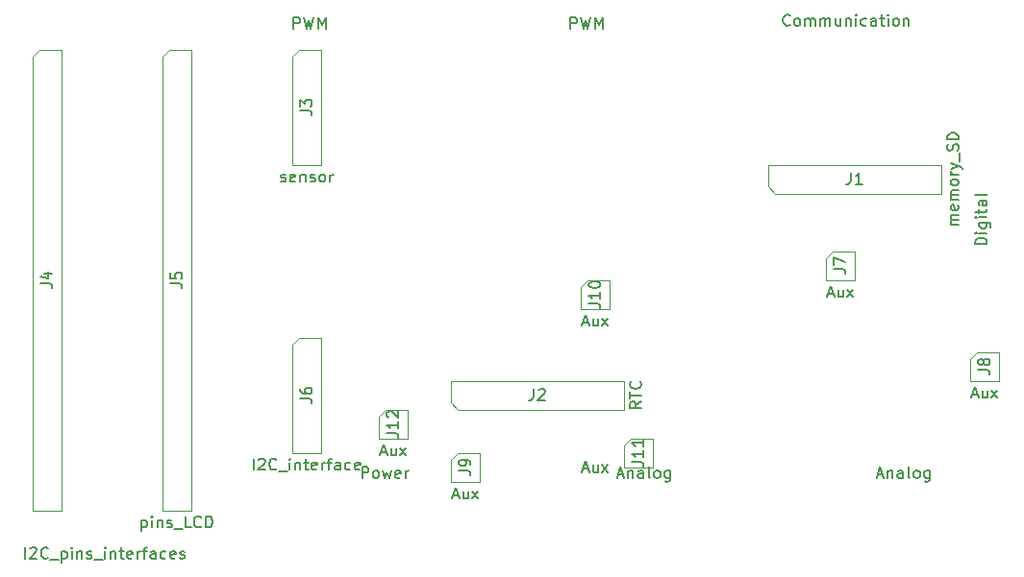
<source format=gbr>
%TF.GenerationSoftware,KiCad,Pcbnew,(5.1.9)-1*%
%TF.CreationDate,2021-01-26T09:39:54-05:00*%
%TF.ProjectId,PCB,5043422e-6b69-4636-9164-5f7063625858,rev?*%
%TF.SameCoordinates,Original*%
%TF.FileFunction,Other,Fab,Top*%
%FSLAX46Y46*%
G04 Gerber Fmt 4.6, Leading zero omitted, Abs format (unit mm)*
G04 Created by KiCad (PCBNEW (5.1.9)-1) date 2021-01-26 09:39:54*
%MOMM*%
%LPD*%
G01*
G04 APERTURE LIST*
%ADD10C,0.100000*%
%ADD11C,0.150000*%
G04 APERTURE END LIST*
D10*
%TO.C,J12*%
X140335000Y-109220000D02*
X142240000Y-109220000D01*
X142240000Y-109220000D02*
X142240000Y-111760000D01*
X142240000Y-111760000D02*
X139700000Y-111760000D01*
X139700000Y-111760000D02*
X139700000Y-109855000D01*
X139700000Y-109855000D02*
X140335000Y-109220000D01*
%TO.C,J11*%
X161925000Y-111760000D02*
X163830000Y-111760000D01*
X163830000Y-111760000D02*
X163830000Y-114300000D01*
X163830000Y-114300000D02*
X161290000Y-114300000D01*
X161290000Y-114300000D02*
X161290000Y-112395000D01*
X161290000Y-112395000D02*
X161925000Y-111760000D01*
%TO.C,J10*%
X158115000Y-97790000D02*
X160020000Y-97790000D01*
X160020000Y-97790000D02*
X160020000Y-100330000D01*
X160020000Y-100330000D02*
X157480000Y-100330000D01*
X157480000Y-100330000D02*
X157480000Y-98425000D01*
X157480000Y-98425000D02*
X158115000Y-97790000D01*
%TO.C,J9*%
X146685000Y-113030000D02*
X148590000Y-113030000D01*
X148590000Y-113030000D02*
X148590000Y-115570000D01*
X148590000Y-115570000D02*
X146050000Y-115570000D01*
X146050000Y-115570000D02*
X146050000Y-113665000D01*
X146050000Y-113665000D02*
X146685000Y-113030000D01*
%TO.C,J8*%
X192405000Y-104140000D02*
X194310000Y-104140000D01*
X194310000Y-104140000D02*
X194310000Y-106680000D01*
X194310000Y-106680000D02*
X191770000Y-106680000D01*
X191770000Y-106680000D02*
X191770000Y-104775000D01*
X191770000Y-104775000D02*
X192405000Y-104140000D01*
%TO.C,J7*%
X179705000Y-95250000D02*
X181610000Y-95250000D01*
X181610000Y-95250000D02*
X181610000Y-97790000D01*
X181610000Y-97790000D02*
X179070000Y-97790000D01*
X179070000Y-97790000D02*
X179070000Y-95885000D01*
X179070000Y-95885000D02*
X179705000Y-95250000D01*
%TO.C,J6*%
X132715000Y-102870000D02*
X134620000Y-102870000D01*
X134620000Y-102870000D02*
X134620000Y-113030000D01*
X134620000Y-113030000D02*
X132080000Y-113030000D01*
X132080000Y-113030000D02*
X132080000Y-103505000D01*
X132080000Y-103505000D02*
X132715000Y-102870000D01*
%TO.C,J5*%
X121285000Y-77470000D02*
X123190000Y-77470000D01*
X123190000Y-77470000D02*
X123190000Y-118110000D01*
X123190000Y-118110000D02*
X120650000Y-118110000D01*
X120650000Y-118110000D02*
X120650000Y-78105000D01*
X120650000Y-78105000D02*
X121285000Y-77470000D01*
%TO.C,J4*%
X109855000Y-77470000D02*
X111760000Y-77470000D01*
X111760000Y-77470000D02*
X111760000Y-118110000D01*
X111760000Y-118110000D02*
X109220000Y-118110000D01*
X109220000Y-118110000D02*
X109220000Y-78105000D01*
X109220000Y-78105000D02*
X109855000Y-77470000D01*
%TO.C,J3*%
X132715000Y-77470000D02*
X134620000Y-77470000D01*
X134620000Y-77470000D02*
X134620000Y-87630000D01*
X134620000Y-87630000D02*
X132080000Y-87630000D01*
X132080000Y-87630000D02*
X132080000Y-78105000D01*
X132080000Y-78105000D02*
X132715000Y-77470000D01*
%TO.C,J2*%
X146050000Y-108585000D02*
X146050000Y-106680000D01*
X146050000Y-106680000D02*
X161290000Y-106680000D01*
X161290000Y-106680000D02*
X161290000Y-109220000D01*
X161290000Y-109220000D02*
X146685000Y-109220000D01*
X146685000Y-109220000D02*
X146050000Y-108585000D01*
%TO.C,J1*%
X173990000Y-89535000D02*
X173990000Y-87630000D01*
X173990000Y-87630000D02*
X189230000Y-87630000D01*
X189230000Y-87630000D02*
X189230000Y-90170000D01*
X189230000Y-90170000D02*
X174625000Y-90170000D01*
X174625000Y-90170000D02*
X173990000Y-89535000D01*
%TD*%
%TO.C,J12*%
D11*
X139874761Y-112986666D02*
X140350952Y-112986666D01*
X139779523Y-113272380D02*
X140112857Y-112272380D01*
X140446190Y-113272380D01*
X141208095Y-112605714D02*
X141208095Y-113272380D01*
X140779523Y-112605714D02*
X140779523Y-113129523D01*
X140827142Y-113224761D01*
X140922380Y-113272380D01*
X141065238Y-113272380D01*
X141160476Y-113224761D01*
X141208095Y-113177142D01*
X141589047Y-113272380D02*
X142112857Y-112605714D01*
X141589047Y-112605714D02*
X142112857Y-113272380D01*
X140422380Y-111299523D02*
X141136666Y-111299523D01*
X141279523Y-111347142D01*
X141374761Y-111442380D01*
X141422380Y-111585238D01*
X141422380Y-111680476D01*
X141422380Y-110299523D02*
X141422380Y-110870952D01*
X141422380Y-110585238D02*
X140422380Y-110585238D01*
X140565238Y-110680476D01*
X140660476Y-110775714D01*
X140708095Y-110870952D01*
X140517619Y-109918571D02*
X140470000Y-109870952D01*
X140422380Y-109775714D01*
X140422380Y-109537619D01*
X140470000Y-109442380D01*
X140517619Y-109394761D01*
X140612857Y-109347142D01*
X140708095Y-109347142D01*
X140850952Y-109394761D01*
X141422380Y-109966190D01*
X141422380Y-109347142D01*
%TO.C,J11*%
X157654761Y-114466666D02*
X158130952Y-114466666D01*
X157559523Y-114752380D02*
X157892857Y-113752380D01*
X158226190Y-114752380D01*
X158988095Y-114085714D02*
X158988095Y-114752380D01*
X158559523Y-114085714D02*
X158559523Y-114609523D01*
X158607142Y-114704761D01*
X158702380Y-114752380D01*
X158845238Y-114752380D01*
X158940476Y-114704761D01*
X158988095Y-114657142D01*
X159369047Y-114752380D02*
X159892857Y-114085714D01*
X159369047Y-114085714D02*
X159892857Y-114752380D01*
X162012380Y-113839523D02*
X162726666Y-113839523D01*
X162869523Y-113887142D01*
X162964761Y-113982380D01*
X163012380Y-114125238D01*
X163012380Y-114220476D01*
X163012380Y-112839523D02*
X163012380Y-113410952D01*
X163012380Y-113125238D02*
X162012380Y-113125238D01*
X162155238Y-113220476D01*
X162250476Y-113315714D01*
X162298095Y-113410952D01*
X163012380Y-111887142D02*
X163012380Y-112458571D01*
X163012380Y-112172857D02*
X162012380Y-112172857D01*
X162155238Y-112268095D01*
X162250476Y-112363333D01*
X162298095Y-112458571D01*
%TO.C,J10*%
X157654761Y-101556666D02*
X158130952Y-101556666D01*
X157559523Y-101842380D02*
X157892857Y-100842380D01*
X158226190Y-101842380D01*
X158988095Y-101175714D02*
X158988095Y-101842380D01*
X158559523Y-101175714D02*
X158559523Y-101699523D01*
X158607142Y-101794761D01*
X158702380Y-101842380D01*
X158845238Y-101842380D01*
X158940476Y-101794761D01*
X158988095Y-101747142D01*
X159369047Y-101842380D02*
X159892857Y-101175714D01*
X159369047Y-101175714D02*
X159892857Y-101842380D01*
X158202380Y-99869523D02*
X158916666Y-99869523D01*
X159059523Y-99917142D01*
X159154761Y-100012380D01*
X159202380Y-100155238D01*
X159202380Y-100250476D01*
X159202380Y-98869523D02*
X159202380Y-99440952D01*
X159202380Y-99155238D02*
X158202380Y-99155238D01*
X158345238Y-99250476D01*
X158440476Y-99345714D01*
X158488095Y-99440952D01*
X158202380Y-98250476D02*
X158202380Y-98155238D01*
X158250000Y-98060000D01*
X158297619Y-98012380D01*
X158392857Y-97964761D01*
X158583333Y-97917142D01*
X158821428Y-97917142D01*
X159011904Y-97964761D01*
X159107142Y-98012380D01*
X159154761Y-98060000D01*
X159202380Y-98155238D01*
X159202380Y-98250476D01*
X159154761Y-98345714D01*
X159107142Y-98393333D01*
X159011904Y-98440952D01*
X158821428Y-98488571D01*
X158583333Y-98488571D01*
X158392857Y-98440952D01*
X158297619Y-98393333D01*
X158250000Y-98345714D01*
X158202380Y-98250476D01*
%TO.C,J9*%
X146224761Y-116796666D02*
X146700952Y-116796666D01*
X146129523Y-117082380D02*
X146462857Y-116082380D01*
X146796190Y-117082380D01*
X147558095Y-116415714D02*
X147558095Y-117082380D01*
X147129523Y-116415714D02*
X147129523Y-116939523D01*
X147177142Y-117034761D01*
X147272380Y-117082380D01*
X147415238Y-117082380D01*
X147510476Y-117034761D01*
X147558095Y-116987142D01*
X147939047Y-117082380D02*
X148462857Y-116415714D01*
X147939047Y-116415714D02*
X148462857Y-117082380D01*
X146772380Y-114633333D02*
X147486666Y-114633333D01*
X147629523Y-114680952D01*
X147724761Y-114776190D01*
X147772380Y-114919047D01*
X147772380Y-115014285D01*
X147772380Y-114109523D02*
X147772380Y-113919047D01*
X147724761Y-113823809D01*
X147677142Y-113776190D01*
X147534285Y-113680952D01*
X147343809Y-113633333D01*
X146962857Y-113633333D01*
X146867619Y-113680952D01*
X146820000Y-113728571D01*
X146772380Y-113823809D01*
X146772380Y-114014285D01*
X146820000Y-114109523D01*
X146867619Y-114157142D01*
X146962857Y-114204761D01*
X147200952Y-114204761D01*
X147296190Y-114157142D01*
X147343809Y-114109523D01*
X147391428Y-114014285D01*
X147391428Y-113823809D01*
X147343809Y-113728571D01*
X147296190Y-113680952D01*
X147200952Y-113633333D01*
%TO.C,J8*%
X191944761Y-107906666D02*
X192420952Y-107906666D01*
X191849523Y-108192380D02*
X192182857Y-107192380D01*
X192516190Y-108192380D01*
X193278095Y-107525714D02*
X193278095Y-108192380D01*
X192849523Y-107525714D02*
X192849523Y-108049523D01*
X192897142Y-108144761D01*
X192992380Y-108192380D01*
X193135238Y-108192380D01*
X193230476Y-108144761D01*
X193278095Y-108097142D01*
X193659047Y-108192380D02*
X194182857Y-107525714D01*
X193659047Y-107525714D02*
X194182857Y-108192380D01*
X192492380Y-105743333D02*
X193206666Y-105743333D01*
X193349523Y-105790952D01*
X193444761Y-105886190D01*
X193492380Y-106029047D01*
X193492380Y-106124285D01*
X192920952Y-105124285D02*
X192873333Y-105219523D01*
X192825714Y-105267142D01*
X192730476Y-105314761D01*
X192682857Y-105314761D01*
X192587619Y-105267142D01*
X192540000Y-105219523D01*
X192492380Y-105124285D01*
X192492380Y-104933809D01*
X192540000Y-104838571D01*
X192587619Y-104790952D01*
X192682857Y-104743333D01*
X192730476Y-104743333D01*
X192825714Y-104790952D01*
X192873333Y-104838571D01*
X192920952Y-104933809D01*
X192920952Y-105124285D01*
X192968571Y-105219523D01*
X193016190Y-105267142D01*
X193111428Y-105314761D01*
X193301904Y-105314761D01*
X193397142Y-105267142D01*
X193444761Y-105219523D01*
X193492380Y-105124285D01*
X193492380Y-104933809D01*
X193444761Y-104838571D01*
X193397142Y-104790952D01*
X193301904Y-104743333D01*
X193111428Y-104743333D01*
X193016190Y-104790952D01*
X192968571Y-104838571D01*
X192920952Y-104933809D01*
%TO.C,J7*%
X179244761Y-99016666D02*
X179720952Y-99016666D01*
X179149523Y-99302380D02*
X179482857Y-98302380D01*
X179816190Y-99302380D01*
X180578095Y-98635714D02*
X180578095Y-99302380D01*
X180149523Y-98635714D02*
X180149523Y-99159523D01*
X180197142Y-99254761D01*
X180292380Y-99302380D01*
X180435238Y-99302380D01*
X180530476Y-99254761D01*
X180578095Y-99207142D01*
X180959047Y-99302380D02*
X181482857Y-98635714D01*
X180959047Y-98635714D02*
X181482857Y-99302380D01*
X179792380Y-96853333D02*
X180506666Y-96853333D01*
X180649523Y-96900952D01*
X180744761Y-96996190D01*
X180792380Y-97139047D01*
X180792380Y-97234285D01*
X179792380Y-96472380D02*
X179792380Y-95805714D01*
X180792380Y-96234285D01*
%TO.C,P1*%
X193238380Y-94646476D02*
X192238380Y-94646476D01*
X192238380Y-94408380D01*
X192286000Y-94265523D01*
X192381238Y-94170285D01*
X192476476Y-94122666D01*
X192666952Y-94075047D01*
X192809809Y-94075047D01*
X193000285Y-94122666D01*
X193095523Y-94170285D01*
X193190761Y-94265523D01*
X193238380Y-94408380D01*
X193238380Y-94646476D01*
X193238380Y-93646476D02*
X192571714Y-93646476D01*
X192238380Y-93646476D02*
X192286000Y-93694095D01*
X192333619Y-93646476D01*
X192286000Y-93598857D01*
X192238380Y-93646476D01*
X192333619Y-93646476D01*
X192571714Y-92741714D02*
X193381238Y-92741714D01*
X193476476Y-92789333D01*
X193524095Y-92836952D01*
X193571714Y-92932190D01*
X193571714Y-93075047D01*
X193524095Y-93170285D01*
X193190761Y-92741714D02*
X193238380Y-92836952D01*
X193238380Y-93027428D01*
X193190761Y-93122666D01*
X193143142Y-93170285D01*
X193047904Y-93217904D01*
X192762190Y-93217904D01*
X192666952Y-93170285D01*
X192619333Y-93122666D01*
X192571714Y-93027428D01*
X192571714Y-92836952D01*
X192619333Y-92741714D01*
X193238380Y-92265523D02*
X192571714Y-92265523D01*
X192238380Y-92265523D02*
X192286000Y-92313142D01*
X192333619Y-92265523D01*
X192286000Y-92217904D01*
X192238380Y-92265523D01*
X192333619Y-92265523D01*
X192571714Y-91932190D02*
X192571714Y-91551238D01*
X192238380Y-91789333D02*
X193095523Y-91789333D01*
X193190761Y-91741714D01*
X193238380Y-91646476D01*
X193238380Y-91551238D01*
X193238380Y-90789333D02*
X192714571Y-90789333D01*
X192619333Y-90836952D01*
X192571714Y-90932190D01*
X192571714Y-91122666D01*
X192619333Y-91217904D01*
X193190761Y-90789333D02*
X193238380Y-90884571D01*
X193238380Y-91122666D01*
X193190761Y-91217904D01*
X193095523Y-91265523D01*
X193000285Y-91265523D01*
X192905047Y-91217904D01*
X192857428Y-91122666D01*
X192857428Y-90884571D01*
X192809809Y-90789333D01*
X193238380Y-90170285D02*
X193190761Y-90265523D01*
X193095523Y-90313142D01*
X192238380Y-90313142D01*
%TO.C,J6*%
X128683333Y-114542380D02*
X128683333Y-113542380D01*
X129111904Y-113637619D02*
X129159523Y-113590000D01*
X129254761Y-113542380D01*
X129492857Y-113542380D01*
X129588095Y-113590000D01*
X129635714Y-113637619D01*
X129683333Y-113732857D01*
X129683333Y-113828095D01*
X129635714Y-113970952D01*
X129064285Y-114542380D01*
X129683333Y-114542380D01*
X130683333Y-114447142D02*
X130635714Y-114494761D01*
X130492857Y-114542380D01*
X130397619Y-114542380D01*
X130254761Y-114494761D01*
X130159523Y-114399523D01*
X130111904Y-114304285D01*
X130064285Y-114113809D01*
X130064285Y-113970952D01*
X130111904Y-113780476D01*
X130159523Y-113685238D01*
X130254761Y-113590000D01*
X130397619Y-113542380D01*
X130492857Y-113542380D01*
X130635714Y-113590000D01*
X130683333Y-113637619D01*
X130873809Y-114637619D02*
X131635714Y-114637619D01*
X131873809Y-114542380D02*
X131873809Y-113875714D01*
X131873809Y-113542380D02*
X131826190Y-113590000D01*
X131873809Y-113637619D01*
X131921428Y-113590000D01*
X131873809Y-113542380D01*
X131873809Y-113637619D01*
X132350000Y-113875714D02*
X132350000Y-114542380D01*
X132350000Y-113970952D02*
X132397619Y-113923333D01*
X132492857Y-113875714D01*
X132635714Y-113875714D01*
X132730952Y-113923333D01*
X132778571Y-114018571D01*
X132778571Y-114542380D01*
X133111904Y-113875714D02*
X133492857Y-113875714D01*
X133254761Y-113542380D02*
X133254761Y-114399523D01*
X133302380Y-114494761D01*
X133397619Y-114542380D01*
X133492857Y-114542380D01*
X134207142Y-114494761D02*
X134111904Y-114542380D01*
X133921428Y-114542380D01*
X133826190Y-114494761D01*
X133778571Y-114399523D01*
X133778571Y-114018571D01*
X133826190Y-113923333D01*
X133921428Y-113875714D01*
X134111904Y-113875714D01*
X134207142Y-113923333D01*
X134254761Y-114018571D01*
X134254761Y-114113809D01*
X133778571Y-114209047D01*
X134683333Y-114542380D02*
X134683333Y-113875714D01*
X134683333Y-114066190D02*
X134730952Y-113970952D01*
X134778571Y-113923333D01*
X134873809Y-113875714D01*
X134969047Y-113875714D01*
X135159523Y-113875714D02*
X135540476Y-113875714D01*
X135302380Y-114542380D02*
X135302380Y-113685238D01*
X135350000Y-113590000D01*
X135445238Y-113542380D01*
X135540476Y-113542380D01*
X136302380Y-114542380D02*
X136302380Y-114018571D01*
X136254761Y-113923333D01*
X136159523Y-113875714D01*
X135969047Y-113875714D01*
X135873809Y-113923333D01*
X136302380Y-114494761D02*
X136207142Y-114542380D01*
X135969047Y-114542380D01*
X135873809Y-114494761D01*
X135826190Y-114399523D01*
X135826190Y-114304285D01*
X135873809Y-114209047D01*
X135969047Y-114161428D01*
X136207142Y-114161428D01*
X136302380Y-114113809D01*
X137207142Y-114494761D02*
X137111904Y-114542380D01*
X136921428Y-114542380D01*
X136826190Y-114494761D01*
X136778571Y-114447142D01*
X136730952Y-114351904D01*
X136730952Y-114066190D01*
X136778571Y-113970952D01*
X136826190Y-113923333D01*
X136921428Y-113875714D01*
X137111904Y-113875714D01*
X137207142Y-113923333D01*
X138016666Y-114494761D02*
X137921428Y-114542380D01*
X137730952Y-114542380D01*
X137635714Y-114494761D01*
X137588095Y-114399523D01*
X137588095Y-114018571D01*
X137635714Y-113923333D01*
X137730952Y-113875714D01*
X137921428Y-113875714D01*
X138016666Y-113923333D01*
X138064285Y-114018571D01*
X138064285Y-114113809D01*
X137588095Y-114209047D01*
X132802380Y-108283333D02*
X133516666Y-108283333D01*
X133659523Y-108330952D01*
X133754761Y-108426190D01*
X133802380Y-108569047D01*
X133802380Y-108664285D01*
X132802380Y-107378571D02*
X132802380Y-107569047D01*
X132850000Y-107664285D01*
X132897619Y-107711904D01*
X133040476Y-107807142D01*
X133230952Y-107854761D01*
X133611904Y-107854761D01*
X133707142Y-107807142D01*
X133754761Y-107759523D01*
X133802380Y-107664285D01*
X133802380Y-107473809D01*
X133754761Y-107378571D01*
X133707142Y-107330952D01*
X133611904Y-107283333D01*
X133373809Y-107283333D01*
X133278571Y-107330952D01*
X133230952Y-107378571D01*
X133183333Y-107473809D01*
X133183333Y-107664285D01*
X133230952Y-107759523D01*
X133278571Y-107807142D01*
X133373809Y-107854761D01*
%TO.C,J5*%
X118824761Y-118955714D02*
X118824761Y-119955714D01*
X118824761Y-119003333D02*
X118920000Y-118955714D01*
X119110476Y-118955714D01*
X119205714Y-119003333D01*
X119253333Y-119050952D01*
X119300952Y-119146190D01*
X119300952Y-119431904D01*
X119253333Y-119527142D01*
X119205714Y-119574761D01*
X119110476Y-119622380D01*
X118920000Y-119622380D01*
X118824761Y-119574761D01*
X119729523Y-119622380D02*
X119729523Y-118955714D01*
X119729523Y-118622380D02*
X119681904Y-118670000D01*
X119729523Y-118717619D01*
X119777142Y-118670000D01*
X119729523Y-118622380D01*
X119729523Y-118717619D01*
X120205714Y-118955714D02*
X120205714Y-119622380D01*
X120205714Y-119050952D02*
X120253333Y-119003333D01*
X120348571Y-118955714D01*
X120491428Y-118955714D01*
X120586666Y-119003333D01*
X120634285Y-119098571D01*
X120634285Y-119622380D01*
X121062857Y-119574761D02*
X121158095Y-119622380D01*
X121348571Y-119622380D01*
X121443809Y-119574761D01*
X121491428Y-119479523D01*
X121491428Y-119431904D01*
X121443809Y-119336666D01*
X121348571Y-119289047D01*
X121205714Y-119289047D01*
X121110476Y-119241428D01*
X121062857Y-119146190D01*
X121062857Y-119098571D01*
X121110476Y-119003333D01*
X121205714Y-118955714D01*
X121348571Y-118955714D01*
X121443809Y-119003333D01*
X121681904Y-119717619D02*
X122443809Y-119717619D01*
X123158095Y-119622380D02*
X122681904Y-119622380D01*
X122681904Y-118622380D01*
X124062857Y-119527142D02*
X124015238Y-119574761D01*
X123872380Y-119622380D01*
X123777142Y-119622380D01*
X123634285Y-119574761D01*
X123539047Y-119479523D01*
X123491428Y-119384285D01*
X123443809Y-119193809D01*
X123443809Y-119050952D01*
X123491428Y-118860476D01*
X123539047Y-118765238D01*
X123634285Y-118670000D01*
X123777142Y-118622380D01*
X123872380Y-118622380D01*
X124015238Y-118670000D01*
X124062857Y-118717619D01*
X124491428Y-119622380D02*
X124491428Y-118622380D01*
X124729523Y-118622380D01*
X124872380Y-118670000D01*
X124967619Y-118765238D01*
X125015238Y-118860476D01*
X125062857Y-119050952D01*
X125062857Y-119193809D01*
X125015238Y-119384285D01*
X124967619Y-119479523D01*
X124872380Y-119574761D01*
X124729523Y-119622380D01*
X124491428Y-119622380D01*
X121372380Y-98123333D02*
X122086666Y-98123333D01*
X122229523Y-98170952D01*
X122324761Y-98266190D01*
X122372380Y-98409047D01*
X122372380Y-98504285D01*
X121372380Y-97170952D02*
X121372380Y-97647142D01*
X121848571Y-97694761D01*
X121800952Y-97647142D01*
X121753333Y-97551904D01*
X121753333Y-97313809D01*
X121800952Y-97218571D01*
X121848571Y-97170952D01*
X121943809Y-97123333D01*
X122181904Y-97123333D01*
X122277142Y-97170952D01*
X122324761Y-97218571D01*
X122372380Y-97313809D01*
X122372380Y-97551904D01*
X122324761Y-97647142D01*
X122277142Y-97694761D01*
%TO.C,J4*%
X108570000Y-122372380D02*
X108570000Y-121372380D01*
X108998571Y-121467619D02*
X109046190Y-121420000D01*
X109141428Y-121372380D01*
X109379523Y-121372380D01*
X109474761Y-121420000D01*
X109522380Y-121467619D01*
X109570000Y-121562857D01*
X109570000Y-121658095D01*
X109522380Y-121800952D01*
X108950952Y-122372380D01*
X109570000Y-122372380D01*
X110570000Y-122277142D02*
X110522380Y-122324761D01*
X110379523Y-122372380D01*
X110284285Y-122372380D01*
X110141428Y-122324761D01*
X110046190Y-122229523D01*
X109998571Y-122134285D01*
X109950952Y-121943809D01*
X109950952Y-121800952D01*
X109998571Y-121610476D01*
X110046190Y-121515238D01*
X110141428Y-121420000D01*
X110284285Y-121372380D01*
X110379523Y-121372380D01*
X110522380Y-121420000D01*
X110570000Y-121467619D01*
X110760476Y-122467619D02*
X111522380Y-122467619D01*
X111760476Y-121705714D02*
X111760476Y-122705714D01*
X111760476Y-121753333D02*
X111855714Y-121705714D01*
X112046190Y-121705714D01*
X112141428Y-121753333D01*
X112189047Y-121800952D01*
X112236666Y-121896190D01*
X112236666Y-122181904D01*
X112189047Y-122277142D01*
X112141428Y-122324761D01*
X112046190Y-122372380D01*
X111855714Y-122372380D01*
X111760476Y-122324761D01*
X112665238Y-122372380D02*
X112665238Y-121705714D01*
X112665238Y-121372380D02*
X112617619Y-121420000D01*
X112665238Y-121467619D01*
X112712857Y-121420000D01*
X112665238Y-121372380D01*
X112665238Y-121467619D01*
X113141428Y-121705714D02*
X113141428Y-122372380D01*
X113141428Y-121800952D02*
X113189047Y-121753333D01*
X113284285Y-121705714D01*
X113427142Y-121705714D01*
X113522380Y-121753333D01*
X113570000Y-121848571D01*
X113570000Y-122372380D01*
X113998571Y-122324761D02*
X114093809Y-122372380D01*
X114284285Y-122372380D01*
X114379523Y-122324761D01*
X114427142Y-122229523D01*
X114427142Y-122181904D01*
X114379523Y-122086666D01*
X114284285Y-122039047D01*
X114141428Y-122039047D01*
X114046190Y-121991428D01*
X113998571Y-121896190D01*
X113998571Y-121848571D01*
X114046190Y-121753333D01*
X114141428Y-121705714D01*
X114284285Y-121705714D01*
X114379523Y-121753333D01*
X114617619Y-122467619D02*
X115379523Y-122467619D01*
X115617619Y-122372380D02*
X115617619Y-121705714D01*
X115617619Y-121372380D02*
X115570000Y-121420000D01*
X115617619Y-121467619D01*
X115665238Y-121420000D01*
X115617619Y-121372380D01*
X115617619Y-121467619D01*
X116093809Y-121705714D02*
X116093809Y-122372380D01*
X116093809Y-121800952D02*
X116141428Y-121753333D01*
X116236666Y-121705714D01*
X116379523Y-121705714D01*
X116474761Y-121753333D01*
X116522380Y-121848571D01*
X116522380Y-122372380D01*
X116855714Y-121705714D02*
X117236666Y-121705714D01*
X116998571Y-121372380D02*
X116998571Y-122229523D01*
X117046190Y-122324761D01*
X117141428Y-122372380D01*
X117236666Y-122372380D01*
X117950952Y-122324761D02*
X117855714Y-122372380D01*
X117665238Y-122372380D01*
X117570000Y-122324761D01*
X117522380Y-122229523D01*
X117522380Y-121848571D01*
X117570000Y-121753333D01*
X117665238Y-121705714D01*
X117855714Y-121705714D01*
X117950952Y-121753333D01*
X117998571Y-121848571D01*
X117998571Y-121943809D01*
X117522380Y-122039047D01*
X118427142Y-122372380D02*
X118427142Y-121705714D01*
X118427142Y-121896190D02*
X118474761Y-121800952D01*
X118522380Y-121753333D01*
X118617619Y-121705714D01*
X118712857Y-121705714D01*
X118903333Y-121705714D02*
X119284285Y-121705714D01*
X119046190Y-122372380D02*
X119046190Y-121515238D01*
X119093809Y-121420000D01*
X119189047Y-121372380D01*
X119284285Y-121372380D01*
X120046190Y-122372380D02*
X120046190Y-121848571D01*
X119998571Y-121753333D01*
X119903333Y-121705714D01*
X119712857Y-121705714D01*
X119617619Y-121753333D01*
X120046190Y-122324761D02*
X119950952Y-122372380D01*
X119712857Y-122372380D01*
X119617619Y-122324761D01*
X119570000Y-122229523D01*
X119570000Y-122134285D01*
X119617619Y-122039047D01*
X119712857Y-121991428D01*
X119950952Y-121991428D01*
X120046190Y-121943809D01*
X120950952Y-122324761D02*
X120855714Y-122372380D01*
X120665238Y-122372380D01*
X120570000Y-122324761D01*
X120522380Y-122277142D01*
X120474761Y-122181904D01*
X120474761Y-121896190D01*
X120522380Y-121800952D01*
X120570000Y-121753333D01*
X120665238Y-121705714D01*
X120855714Y-121705714D01*
X120950952Y-121753333D01*
X121760476Y-122324761D02*
X121665238Y-122372380D01*
X121474761Y-122372380D01*
X121379523Y-122324761D01*
X121331904Y-122229523D01*
X121331904Y-121848571D01*
X121379523Y-121753333D01*
X121474761Y-121705714D01*
X121665238Y-121705714D01*
X121760476Y-121753333D01*
X121808095Y-121848571D01*
X121808095Y-121943809D01*
X121331904Y-122039047D01*
X122189047Y-122324761D02*
X122284285Y-122372380D01*
X122474761Y-122372380D01*
X122570000Y-122324761D01*
X122617619Y-122229523D01*
X122617619Y-122181904D01*
X122570000Y-122086666D01*
X122474761Y-122039047D01*
X122331904Y-122039047D01*
X122236666Y-121991428D01*
X122189047Y-121896190D01*
X122189047Y-121848571D01*
X122236666Y-121753333D01*
X122331904Y-121705714D01*
X122474761Y-121705714D01*
X122570000Y-121753333D01*
X109942380Y-98123333D02*
X110656666Y-98123333D01*
X110799523Y-98170952D01*
X110894761Y-98266190D01*
X110942380Y-98409047D01*
X110942380Y-98504285D01*
X110275714Y-97218571D02*
X110942380Y-97218571D01*
X109894761Y-97456666D02*
X110609047Y-97694761D01*
X110609047Y-97075714D01*
%TO.C,J3*%
X131088095Y-89094761D02*
X131183333Y-89142380D01*
X131373809Y-89142380D01*
X131469047Y-89094761D01*
X131516666Y-88999523D01*
X131516666Y-88951904D01*
X131469047Y-88856666D01*
X131373809Y-88809047D01*
X131230952Y-88809047D01*
X131135714Y-88761428D01*
X131088095Y-88666190D01*
X131088095Y-88618571D01*
X131135714Y-88523333D01*
X131230952Y-88475714D01*
X131373809Y-88475714D01*
X131469047Y-88523333D01*
X132326190Y-89094761D02*
X132230952Y-89142380D01*
X132040476Y-89142380D01*
X131945238Y-89094761D01*
X131897619Y-88999523D01*
X131897619Y-88618571D01*
X131945238Y-88523333D01*
X132040476Y-88475714D01*
X132230952Y-88475714D01*
X132326190Y-88523333D01*
X132373809Y-88618571D01*
X132373809Y-88713809D01*
X131897619Y-88809047D01*
X132802380Y-88475714D02*
X132802380Y-89142380D01*
X132802380Y-88570952D02*
X132850000Y-88523333D01*
X132945238Y-88475714D01*
X133088095Y-88475714D01*
X133183333Y-88523333D01*
X133230952Y-88618571D01*
X133230952Y-89142380D01*
X133659523Y-89094761D02*
X133754761Y-89142380D01*
X133945238Y-89142380D01*
X134040476Y-89094761D01*
X134088095Y-88999523D01*
X134088095Y-88951904D01*
X134040476Y-88856666D01*
X133945238Y-88809047D01*
X133802380Y-88809047D01*
X133707142Y-88761428D01*
X133659523Y-88666190D01*
X133659523Y-88618571D01*
X133707142Y-88523333D01*
X133802380Y-88475714D01*
X133945238Y-88475714D01*
X134040476Y-88523333D01*
X134659523Y-89142380D02*
X134564285Y-89094761D01*
X134516666Y-89047142D01*
X134469047Y-88951904D01*
X134469047Y-88666190D01*
X134516666Y-88570952D01*
X134564285Y-88523333D01*
X134659523Y-88475714D01*
X134802380Y-88475714D01*
X134897619Y-88523333D01*
X134945238Y-88570952D01*
X134992857Y-88666190D01*
X134992857Y-88951904D01*
X134945238Y-89047142D01*
X134897619Y-89094761D01*
X134802380Y-89142380D01*
X134659523Y-89142380D01*
X135421428Y-89142380D02*
X135421428Y-88475714D01*
X135421428Y-88666190D02*
X135469047Y-88570952D01*
X135516666Y-88523333D01*
X135611904Y-88475714D01*
X135707142Y-88475714D01*
X132802380Y-82883333D02*
X133516666Y-82883333D01*
X133659523Y-82930952D01*
X133754761Y-83026190D01*
X133802380Y-83169047D01*
X133802380Y-83264285D01*
X132802380Y-82502380D02*
X132802380Y-81883333D01*
X133183333Y-82216666D01*
X133183333Y-82073809D01*
X133230952Y-81978571D01*
X133278571Y-81930952D01*
X133373809Y-81883333D01*
X133611904Y-81883333D01*
X133707142Y-81930952D01*
X133754761Y-81978571D01*
X133802380Y-82073809D01*
X133802380Y-82359523D01*
X133754761Y-82454761D01*
X133707142Y-82502380D01*
%TO.C,J2*%
X162802380Y-108521428D02*
X162326190Y-108854761D01*
X162802380Y-109092857D02*
X161802380Y-109092857D01*
X161802380Y-108711904D01*
X161850000Y-108616666D01*
X161897619Y-108569047D01*
X161992857Y-108521428D01*
X162135714Y-108521428D01*
X162230952Y-108569047D01*
X162278571Y-108616666D01*
X162326190Y-108711904D01*
X162326190Y-109092857D01*
X161802380Y-108235714D02*
X161802380Y-107664285D01*
X162802380Y-107950000D02*
X161802380Y-107950000D01*
X162707142Y-106759523D02*
X162754761Y-106807142D01*
X162802380Y-106950000D01*
X162802380Y-107045238D01*
X162754761Y-107188095D01*
X162659523Y-107283333D01*
X162564285Y-107330952D01*
X162373809Y-107378571D01*
X162230952Y-107378571D01*
X162040476Y-107330952D01*
X161945238Y-107283333D01*
X161850000Y-107188095D01*
X161802380Y-107045238D01*
X161802380Y-106950000D01*
X161850000Y-106807142D01*
X161897619Y-106759523D01*
X153336666Y-107402380D02*
X153336666Y-108116666D01*
X153289047Y-108259523D01*
X153193809Y-108354761D01*
X153050952Y-108402380D01*
X152955714Y-108402380D01*
X153765238Y-107497619D02*
X153812857Y-107450000D01*
X153908095Y-107402380D01*
X154146190Y-107402380D01*
X154241428Y-107450000D01*
X154289047Y-107497619D01*
X154336666Y-107592857D01*
X154336666Y-107688095D01*
X154289047Y-107830952D01*
X153717619Y-108402380D01*
X154336666Y-108402380D01*
%TO.C,J1*%
X190742380Y-92923809D02*
X190075714Y-92923809D01*
X190170952Y-92923809D02*
X190123333Y-92876190D01*
X190075714Y-92780952D01*
X190075714Y-92638095D01*
X190123333Y-92542857D01*
X190218571Y-92495238D01*
X190742380Y-92495238D01*
X190218571Y-92495238D02*
X190123333Y-92447619D01*
X190075714Y-92352380D01*
X190075714Y-92209523D01*
X190123333Y-92114285D01*
X190218571Y-92066666D01*
X190742380Y-92066666D01*
X190694761Y-91209523D02*
X190742380Y-91304761D01*
X190742380Y-91495238D01*
X190694761Y-91590476D01*
X190599523Y-91638095D01*
X190218571Y-91638095D01*
X190123333Y-91590476D01*
X190075714Y-91495238D01*
X190075714Y-91304761D01*
X190123333Y-91209523D01*
X190218571Y-91161904D01*
X190313809Y-91161904D01*
X190409047Y-91638095D01*
X190742380Y-90733333D02*
X190075714Y-90733333D01*
X190170952Y-90733333D02*
X190123333Y-90685714D01*
X190075714Y-90590476D01*
X190075714Y-90447619D01*
X190123333Y-90352380D01*
X190218571Y-90304761D01*
X190742380Y-90304761D01*
X190218571Y-90304761D02*
X190123333Y-90257142D01*
X190075714Y-90161904D01*
X190075714Y-90019047D01*
X190123333Y-89923809D01*
X190218571Y-89876190D01*
X190742380Y-89876190D01*
X190742380Y-89257142D02*
X190694761Y-89352380D01*
X190647142Y-89400000D01*
X190551904Y-89447619D01*
X190266190Y-89447619D01*
X190170952Y-89400000D01*
X190123333Y-89352380D01*
X190075714Y-89257142D01*
X190075714Y-89114285D01*
X190123333Y-89019047D01*
X190170952Y-88971428D01*
X190266190Y-88923809D01*
X190551904Y-88923809D01*
X190647142Y-88971428D01*
X190694761Y-89019047D01*
X190742380Y-89114285D01*
X190742380Y-89257142D01*
X190742380Y-88495238D02*
X190075714Y-88495238D01*
X190266190Y-88495238D02*
X190170952Y-88447619D01*
X190123333Y-88400000D01*
X190075714Y-88304761D01*
X190075714Y-88209523D01*
X190075714Y-87971428D02*
X190742380Y-87733333D01*
X190075714Y-87495238D02*
X190742380Y-87733333D01*
X190980476Y-87828571D01*
X191028095Y-87876190D01*
X191075714Y-87971428D01*
X190837619Y-87352380D02*
X190837619Y-86590476D01*
X190694761Y-86400000D02*
X190742380Y-86257142D01*
X190742380Y-86019047D01*
X190694761Y-85923809D01*
X190647142Y-85876190D01*
X190551904Y-85828571D01*
X190456666Y-85828571D01*
X190361428Y-85876190D01*
X190313809Y-85923809D01*
X190266190Y-86019047D01*
X190218571Y-86209523D01*
X190170952Y-86304761D01*
X190123333Y-86352380D01*
X190028095Y-86400000D01*
X189932857Y-86400000D01*
X189837619Y-86352380D01*
X189790000Y-86304761D01*
X189742380Y-86209523D01*
X189742380Y-85971428D01*
X189790000Y-85828571D01*
X190742380Y-85400000D02*
X189742380Y-85400000D01*
X189742380Y-85161904D01*
X189790000Y-85019047D01*
X189885238Y-84923809D01*
X189980476Y-84876190D01*
X190170952Y-84828571D01*
X190313809Y-84828571D01*
X190504285Y-84876190D01*
X190599523Y-84923809D01*
X190694761Y-85019047D01*
X190742380Y-85161904D01*
X190742380Y-85400000D01*
X181276666Y-88352380D02*
X181276666Y-89066666D01*
X181229047Y-89209523D01*
X181133809Y-89304761D01*
X180990952Y-89352380D01*
X180895714Y-89352380D01*
X182276666Y-89352380D02*
X181705238Y-89352380D01*
X181990952Y-89352380D02*
X181990952Y-88352380D01*
X181895714Y-88495238D01*
X181800476Y-88590476D01*
X181705238Y-88638095D01*
%TO.C,P2*%
X138231809Y-115260380D02*
X138231809Y-114260380D01*
X138612761Y-114260380D01*
X138708000Y-114308000D01*
X138755619Y-114355619D01*
X138803238Y-114450857D01*
X138803238Y-114593714D01*
X138755619Y-114688952D01*
X138708000Y-114736571D01*
X138612761Y-114784190D01*
X138231809Y-114784190D01*
X139374666Y-115260380D02*
X139279428Y-115212761D01*
X139231809Y-115165142D01*
X139184190Y-115069904D01*
X139184190Y-114784190D01*
X139231809Y-114688952D01*
X139279428Y-114641333D01*
X139374666Y-114593714D01*
X139517523Y-114593714D01*
X139612761Y-114641333D01*
X139660380Y-114688952D01*
X139708000Y-114784190D01*
X139708000Y-115069904D01*
X139660380Y-115165142D01*
X139612761Y-115212761D01*
X139517523Y-115260380D01*
X139374666Y-115260380D01*
X140041333Y-114593714D02*
X140231809Y-115260380D01*
X140422285Y-114784190D01*
X140612761Y-115260380D01*
X140803238Y-114593714D01*
X141565142Y-115212761D02*
X141469904Y-115260380D01*
X141279428Y-115260380D01*
X141184190Y-115212761D01*
X141136571Y-115117523D01*
X141136571Y-114736571D01*
X141184190Y-114641333D01*
X141279428Y-114593714D01*
X141469904Y-114593714D01*
X141565142Y-114641333D01*
X141612761Y-114736571D01*
X141612761Y-114831809D01*
X141136571Y-114927047D01*
X142041333Y-115260380D02*
X142041333Y-114593714D01*
X142041333Y-114784190D02*
X142088952Y-114688952D01*
X142136571Y-114641333D01*
X142231809Y-114593714D01*
X142327047Y-114593714D01*
%TO.C,P3*%
X160758476Y-114974666D02*
X161234666Y-114974666D01*
X160663238Y-115260380D02*
X160996571Y-114260380D01*
X161329904Y-115260380D01*
X161663238Y-114593714D02*
X161663238Y-115260380D01*
X161663238Y-114688952D02*
X161710857Y-114641333D01*
X161806095Y-114593714D01*
X161948952Y-114593714D01*
X162044190Y-114641333D01*
X162091809Y-114736571D01*
X162091809Y-115260380D01*
X162996571Y-115260380D02*
X162996571Y-114736571D01*
X162948952Y-114641333D01*
X162853714Y-114593714D01*
X162663238Y-114593714D01*
X162568000Y-114641333D01*
X162996571Y-115212761D02*
X162901333Y-115260380D01*
X162663238Y-115260380D01*
X162568000Y-115212761D01*
X162520380Y-115117523D01*
X162520380Y-115022285D01*
X162568000Y-114927047D01*
X162663238Y-114879428D01*
X162901333Y-114879428D01*
X162996571Y-114831809D01*
X163615619Y-115260380D02*
X163520380Y-115212761D01*
X163472761Y-115117523D01*
X163472761Y-114260380D01*
X164139428Y-115260380D02*
X164044190Y-115212761D01*
X163996571Y-115165142D01*
X163948952Y-115069904D01*
X163948952Y-114784190D01*
X163996571Y-114688952D01*
X164044190Y-114641333D01*
X164139428Y-114593714D01*
X164282285Y-114593714D01*
X164377523Y-114641333D01*
X164425142Y-114688952D01*
X164472761Y-114784190D01*
X164472761Y-115069904D01*
X164425142Y-115165142D01*
X164377523Y-115212761D01*
X164282285Y-115260380D01*
X164139428Y-115260380D01*
X165329904Y-114593714D02*
X165329904Y-115403238D01*
X165282285Y-115498476D01*
X165234666Y-115546095D01*
X165139428Y-115593714D01*
X164996571Y-115593714D01*
X164901333Y-115546095D01*
X165329904Y-115212761D02*
X165234666Y-115260380D01*
X165044190Y-115260380D01*
X164948952Y-115212761D01*
X164901333Y-115165142D01*
X164853714Y-115069904D01*
X164853714Y-114784190D01*
X164901333Y-114688952D01*
X164948952Y-114641333D01*
X165044190Y-114593714D01*
X165234666Y-114593714D01*
X165329904Y-114641333D01*
%TO.C,P4*%
X183618476Y-114974666D02*
X184094666Y-114974666D01*
X183523238Y-115260380D02*
X183856571Y-114260380D01*
X184189904Y-115260380D01*
X184523238Y-114593714D02*
X184523238Y-115260380D01*
X184523238Y-114688952D02*
X184570857Y-114641333D01*
X184666095Y-114593714D01*
X184808952Y-114593714D01*
X184904190Y-114641333D01*
X184951809Y-114736571D01*
X184951809Y-115260380D01*
X185856571Y-115260380D02*
X185856571Y-114736571D01*
X185808952Y-114641333D01*
X185713714Y-114593714D01*
X185523238Y-114593714D01*
X185428000Y-114641333D01*
X185856571Y-115212761D02*
X185761333Y-115260380D01*
X185523238Y-115260380D01*
X185428000Y-115212761D01*
X185380380Y-115117523D01*
X185380380Y-115022285D01*
X185428000Y-114927047D01*
X185523238Y-114879428D01*
X185761333Y-114879428D01*
X185856571Y-114831809D01*
X186475619Y-115260380D02*
X186380380Y-115212761D01*
X186332761Y-115117523D01*
X186332761Y-114260380D01*
X186999428Y-115260380D02*
X186904190Y-115212761D01*
X186856571Y-115165142D01*
X186808952Y-115069904D01*
X186808952Y-114784190D01*
X186856571Y-114688952D01*
X186904190Y-114641333D01*
X186999428Y-114593714D01*
X187142285Y-114593714D01*
X187237523Y-114641333D01*
X187285142Y-114688952D01*
X187332761Y-114784190D01*
X187332761Y-115069904D01*
X187285142Y-115165142D01*
X187237523Y-115212761D01*
X187142285Y-115260380D01*
X186999428Y-115260380D01*
X188189904Y-114593714D02*
X188189904Y-115403238D01*
X188142285Y-115498476D01*
X188094666Y-115546095D01*
X187999428Y-115593714D01*
X187856571Y-115593714D01*
X187761333Y-115546095D01*
X188189904Y-115212761D02*
X188094666Y-115260380D01*
X187904190Y-115260380D01*
X187808952Y-115212761D01*
X187761333Y-115165142D01*
X187713714Y-115069904D01*
X187713714Y-114784190D01*
X187761333Y-114688952D01*
X187808952Y-114641333D01*
X187904190Y-114593714D01*
X188094666Y-114593714D01*
X188189904Y-114641333D01*
%TO.C,P5*%
X132199238Y-75636380D02*
X132199238Y-74636380D01*
X132580190Y-74636380D01*
X132675428Y-74684000D01*
X132723047Y-74731619D01*
X132770666Y-74826857D01*
X132770666Y-74969714D01*
X132723047Y-75064952D01*
X132675428Y-75112571D01*
X132580190Y-75160190D01*
X132199238Y-75160190D01*
X133104000Y-74636380D02*
X133342095Y-75636380D01*
X133532571Y-74922095D01*
X133723047Y-75636380D01*
X133961142Y-74636380D01*
X134342095Y-75636380D02*
X134342095Y-74636380D01*
X134675428Y-75350666D01*
X135008761Y-74636380D01*
X135008761Y-75636380D01*
%TO.C,P6*%
X156583238Y-75636380D02*
X156583238Y-74636380D01*
X156964190Y-74636380D01*
X157059428Y-74684000D01*
X157107047Y-74731619D01*
X157154666Y-74826857D01*
X157154666Y-74969714D01*
X157107047Y-75064952D01*
X157059428Y-75112571D01*
X156964190Y-75160190D01*
X156583238Y-75160190D01*
X157488000Y-74636380D02*
X157726095Y-75636380D01*
X157916571Y-74922095D01*
X158107047Y-75636380D01*
X158345142Y-74636380D01*
X158726095Y-75636380D02*
X158726095Y-74636380D01*
X159059428Y-75350666D01*
X159392761Y-74636380D01*
X159392761Y-75636380D01*
%TO.C,P7*%
X175919428Y-75287142D02*
X175871809Y-75334761D01*
X175728952Y-75382380D01*
X175633714Y-75382380D01*
X175490857Y-75334761D01*
X175395619Y-75239523D01*
X175348000Y-75144285D01*
X175300380Y-74953809D01*
X175300380Y-74810952D01*
X175348000Y-74620476D01*
X175395619Y-74525238D01*
X175490857Y-74430000D01*
X175633714Y-74382380D01*
X175728952Y-74382380D01*
X175871809Y-74430000D01*
X175919428Y-74477619D01*
X176490857Y-75382380D02*
X176395619Y-75334761D01*
X176348000Y-75287142D01*
X176300380Y-75191904D01*
X176300380Y-74906190D01*
X176348000Y-74810952D01*
X176395619Y-74763333D01*
X176490857Y-74715714D01*
X176633714Y-74715714D01*
X176728952Y-74763333D01*
X176776571Y-74810952D01*
X176824190Y-74906190D01*
X176824190Y-75191904D01*
X176776571Y-75287142D01*
X176728952Y-75334761D01*
X176633714Y-75382380D01*
X176490857Y-75382380D01*
X177252761Y-75382380D02*
X177252761Y-74715714D01*
X177252761Y-74810952D02*
X177300380Y-74763333D01*
X177395619Y-74715714D01*
X177538476Y-74715714D01*
X177633714Y-74763333D01*
X177681333Y-74858571D01*
X177681333Y-75382380D01*
X177681333Y-74858571D02*
X177728952Y-74763333D01*
X177824190Y-74715714D01*
X177967047Y-74715714D01*
X178062285Y-74763333D01*
X178109904Y-74858571D01*
X178109904Y-75382380D01*
X178586095Y-75382380D02*
X178586095Y-74715714D01*
X178586095Y-74810952D02*
X178633714Y-74763333D01*
X178728952Y-74715714D01*
X178871809Y-74715714D01*
X178967047Y-74763333D01*
X179014666Y-74858571D01*
X179014666Y-75382380D01*
X179014666Y-74858571D02*
X179062285Y-74763333D01*
X179157523Y-74715714D01*
X179300380Y-74715714D01*
X179395619Y-74763333D01*
X179443238Y-74858571D01*
X179443238Y-75382380D01*
X180348000Y-74715714D02*
X180348000Y-75382380D01*
X179919428Y-74715714D02*
X179919428Y-75239523D01*
X179967047Y-75334761D01*
X180062285Y-75382380D01*
X180205142Y-75382380D01*
X180300380Y-75334761D01*
X180348000Y-75287142D01*
X180824190Y-74715714D02*
X180824190Y-75382380D01*
X180824190Y-74810952D02*
X180871809Y-74763333D01*
X180967047Y-74715714D01*
X181109904Y-74715714D01*
X181205142Y-74763333D01*
X181252761Y-74858571D01*
X181252761Y-75382380D01*
X181728952Y-75382380D02*
X181728952Y-74715714D01*
X181728952Y-74382380D02*
X181681333Y-74430000D01*
X181728952Y-74477619D01*
X181776571Y-74430000D01*
X181728952Y-74382380D01*
X181728952Y-74477619D01*
X182633714Y-75334761D02*
X182538476Y-75382380D01*
X182348000Y-75382380D01*
X182252761Y-75334761D01*
X182205142Y-75287142D01*
X182157523Y-75191904D01*
X182157523Y-74906190D01*
X182205142Y-74810952D01*
X182252761Y-74763333D01*
X182348000Y-74715714D01*
X182538476Y-74715714D01*
X182633714Y-74763333D01*
X183490857Y-75382380D02*
X183490857Y-74858571D01*
X183443238Y-74763333D01*
X183348000Y-74715714D01*
X183157523Y-74715714D01*
X183062285Y-74763333D01*
X183490857Y-75334761D02*
X183395619Y-75382380D01*
X183157523Y-75382380D01*
X183062285Y-75334761D01*
X183014666Y-75239523D01*
X183014666Y-75144285D01*
X183062285Y-75049047D01*
X183157523Y-75001428D01*
X183395619Y-75001428D01*
X183490857Y-74953809D01*
X183824190Y-74715714D02*
X184205142Y-74715714D01*
X183967047Y-74382380D02*
X183967047Y-75239523D01*
X184014666Y-75334761D01*
X184109904Y-75382380D01*
X184205142Y-75382380D01*
X184538476Y-75382380D02*
X184538476Y-74715714D01*
X184538476Y-74382380D02*
X184490857Y-74430000D01*
X184538476Y-74477619D01*
X184586095Y-74430000D01*
X184538476Y-74382380D01*
X184538476Y-74477619D01*
X185157523Y-75382380D02*
X185062285Y-75334761D01*
X185014666Y-75287142D01*
X184967047Y-75191904D01*
X184967047Y-74906190D01*
X185014666Y-74810952D01*
X185062285Y-74763333D01*
X185157523Y-74715714D01*
X185300380Y-74715714D01*
X185395619Y-74763333D01*
X185443238Y-74810952D01*
X185490857Y-74906190D01*
X185490857Y-75191904D01*
X185443238Y-75287142D01*
X185395619Y-75334761D01*
X185300380Y-75382380D01*
X185157523Y-75382380D01*
X185919428Y-74715714D02*
X185919428Y-75382380D01*
X185919428Y-74810952D02*
X185967047Y-74763333D01*
X186062285Y-74715714D01*
X186205142Y-74715714D01*
X186300380Y-74763333D01*
X186348000Y-74858571D01*
X186348000Y-75382380D01*
%TD*%
M02*

</source>
